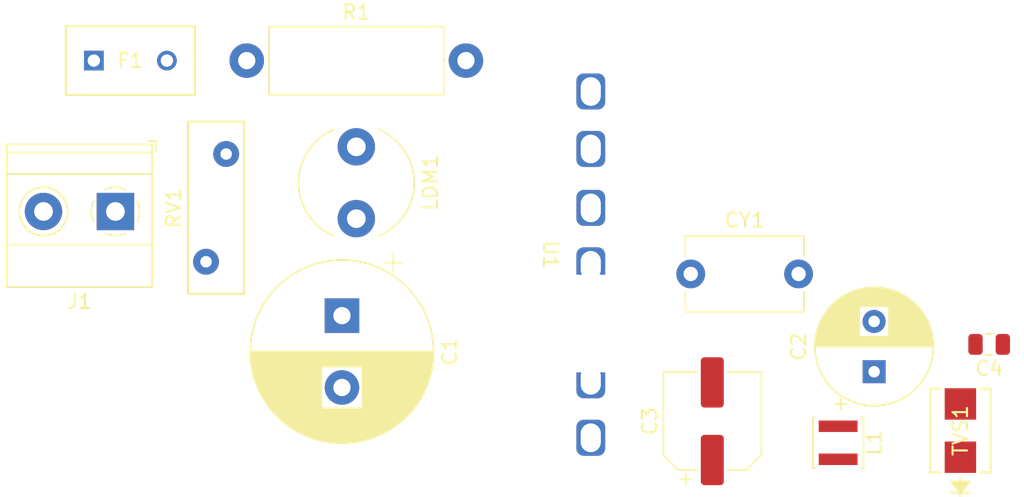
<source format=kicad_pcb>
(kicad_pcb (version 20221018) (generator pcbnew)
  (layers (0 "F.Cu" signal) (31 "B.Cu" signal) (34 "B.Paste" user) (35 "F.Paste" user) (36 "B.SilkS" user "B.Silkscreen") (37 "F.SilkS" user "F.Silkscreen") (38 "B.Mask" user) (39 "F.Mask" user) (44 "Edge.Cuts" user))
  (net 0 "")
  (net 1 "Net-(U1-+V(cap))")
  (net 2 "Net-(U1--V(cap))")
  (net 3 "/+5V")
  (net 4 "GND")
  (net 5 "Net-(U1-+Vo)")
  (net 6 "Net-(J1-Pin_2)")
  (net 7 "Net-(F1-Pad2)")
  (net 8 "Net-(J1-Pin_1)")
  (net 9 "Net-(LDM1-Pad1)")
  (net 10 "Net-(U1-AC(L))")
  (footprint "TerminalBlock_Phoenix:TerminalBlock_Phoenix_MKDS-1,5-2_1x02_P5.00mm_Horizontal" (layer "F.Cu") (at 54.1 54.7 180)
    (fp_text reference "J1" (at 2.5 -6.26) (layer "F.SilkS"))
    (fp_text value "Screw_Terminal_01x02" hide)
    (fp_line (start -2.8 4.16) (end -2.8 4.9) (stroke (width 0.12)) (layer "F.SilkS"))
    (fp_line (start -2.8 4.9) (end -2.3 4.9) (stroke (width 0.12)) (layer "F.SilkS"))
    (fp_line (start -2.56 -5.261) (end -2.56 4.66) (stroke (width 0.12)) (layer "F.SilkS"))
    (fp_line (start -2.56 -5.261) (end 7.56 -5.261) (stroke (width 0.12)) (layer "F.SilkS"))
    (fp_line (start -2.56 -2.301) (end 7.56 -2.301) (stroke (width 0.12)) (layer "F.SilkS"))
    (fp_line (start -2.56 2.6) (end 7.56 2.6) (stroke (width 0.12)) (layer "F.SilkS"))
    (fp_line (start -2.56 4.1) (end 7.56 4.1) (stroke (width 0.12)) (layer "F.SilkS"))
    (fp_line (start -2.56 4.66) (end 7.56 4.66) (stroke (width 0.12)) (layer "F.SilkS"))
    (fp_line (start 3.773 1.023) (end 3.726 1.069) (stroke (width 0.12)) (layer "F.SilkS"))
    (fp_line (start 3.966 1.239) (end 3.931 1.274) (stroke (width 0.12)) (layer "F.SilkS"))
    (fp_line (start 6.07 -1.275) (end 6.035 -1.239) (stroke (width 0.12)) (layer "F.SilkS"))
    (fp_line (start 6.275 -1.069) (end 6.228 -1.023) (stroke (width 0.12)) (layer "F.SilkS"))
    (fp_line (start 7.56 -5.261) (end 7.56 4.66) (stroke (width 0.12)) (layer "F.SilkS"))
    (fp_arc (start -1.535427 0.683042) (mid -1.680501 -0.000524) (end -1.535 -0.684) (stroke (width 0.12)) (layer "F.SilkS"))
    (fp_arc (start -0.683042 -1.535427) (mid 0.000524 -1.680501) (end 0.684 -1.535) (stroke (width 0.12)) (layer "F.SilkS"))
    (fp_arc (start 0.028805 1.680253) (mid -0.335551 1.646659) (end -0.684 1.535) (stroke (width 0.12)) (layer "F.SilkS"))
    (fp_arc (start 0.683318 1.534756) (mid 0.349292 1.643288) (end 0 1.68) (stroke (width 0.12)) (layer "F.SilkS"))
    (fp_arc (start 1.535427 -0.683042) (mid 1.680501 0.000524) (end 1.535 0.684) (stroke (width 0.12)) (layer "F.SilkS"))
    (fp_circle (center 5 0) (end 6.68 0) (stroke (width 0.12)) (fill none) (layer "F.SilkS"))
    (pad "1" thru_hole rect (at 0 0 180) (size 2.6 2.6) (drill 1.3) (layers "*.Cu" "*.Mask") (net 8 "Net-(J1-Pin_1)"))
    (pad "2" thru_hole circle (at 5 0 180) (size 2.6 2.6) (drill 1.3) (layers "*.Cu" "*.Mask") (net 6 "Net-(J1-Pin_2)"))
  )
  (footprint "Capacitor_SMD:CP_Elec_6.3x7.7" (layer "F.Cu") (at 95.6 69.297349 90)
    (fp_text reference "C3" (at 0 -4.35 90) (layer "F.SilkS"))
    (fp_text value "470uF")
    (fp_line (start -4.4375 -1.8475) (end -3.65 -1.8475) (stroke (width 0.12)) (layer "F.SilkS"))
    (fp_line (start -4.04375 -2.24125) (end -4.04375 -1.45375) (stroke (width 0.12)) (layer "F.SilkS"))
    (fp_line (start -3.41 -2.345563) (end -3.41 -1.06) (stroke (width 0.12)) (layer "F.SilkS"))
    (fp_line (start -3.41 -2.345563) (end -2.345563 -3.41) (stroke (width 0.12)) (layer "F.SilkS"))
    (fp_line (start -3.41 2.345563) (end -3.41 1.06) (stroke (width 0.12)) (layer "F.SilkS"))
    (fp_line (start -3.41 2.345563) (end -2.345563 3.41) (stroke (width 0.12)) (layer "F.SilkS"))
    (fp_line (start -2.345563 -3.41) (end 3.41 -3.41) (stroke (width 0.12)) (layer "F.SilkS"))
    (fp_line (start -2.345563 3.41) (end 3.41 3.41) (stroke (width 0.12)) (layer "F.SilkS"))
    (fp_line (start 3.41 -3.41) (end 3.41 -1.06) (stroke (width 0.12)) (layer "F.SilkS"))
    (fp_line (start 3.41 3.41) (end 3.41 1.06) (stroke (width 0.12)) (layer "F.SilkS"))
    (pad "1" smd roundrect (at -2.7 0 90) (size 3.5 1.6) (layers "F.Cu" "F.Paste" "F.Mask") (roundrect_rratio 0.15625) (net 5 "Net-(U1-+Vo)"))
    (pad "2" smd roundrect (at 2.7 0 90) (size 3.5 1.6) (layers "F.Cu" "F.Paste" "F.Mask") (roundrect_rratio 0.15625) (net 4 "GND"))
  )
  (footprint "Capacitor_THT:C_Disc_D8.0mm_W5.0mm_P7.50mm" (layer "F.Cu") (at 94.1 59.047349)
    (fp_text reference "CY1" (at 3.75 -3.75) (layer "F.SilkS"))
    (fp_text value "1nF")
    (fp_line (start -0.37 -2.62) (end -0.37 -1.256) (stroke (width 0.12)) (layer "F.SilkS"))
    (fp_line (start -0.37 -2.62) (end 7.87 -2.62) (stroke (width 0.12)) (layer "F.SilkS"))
    (fp_line (start -0.37 1.256) (end -0.37 2.62) (stroke (width 0.12)) (layer "F.SilkS"))
    (fp_line (start -0.37 2.62) (end 7.87 2.62) (stroke (width 0.12)) (layer "F.SilkS"))
    (fp_line (start 7.87 -2.62) (end 7.87 -1.256) (stroke (width 0.12)) (layer "F.SilkS"))
    (fp_line (start 7.87 1.256) (end 7.87 2.62) (stroke (width 0.12)) (layer "F.SilkS"))
    (pad "1" thru_hole circle (at 0 0) (size 2 2) (drill 1) (layers "*.Cu" "*.Mask") (net 2 "Net-(U1--V(cap))"))
    (pad "2" thru_hole circle (at 7.5 0) (size 2 2) (drill 1) (layers "*.Cu" "*.Mask") (net 4 "GND"))
  )
  (footprint "Inductor_THT:L_Radial_D7.8mm_P5.00mm_Fastron_07HCP" (layer "F.Cu") (at 70.85 50.2 -90)
    (fp_text reference "LDM1" (at 2.5 -5.15 90) (layer "F.SilkS"))
    (fp_text value "4.7mH")
    (fp_arc (start -1.20497 -1.56) (mid 2.5 -4.02) (end 6.20497 -1.56) (stroke (width 0.12)) (layer "F.SilkS"))
    (fp_arc (start 6.20497 1.56) (mid 2.5 4.02) (end -1.20497 1.56) (stroke (width 0.12)) (layer "F.SilkS"))
    (pad "1" thru_hole circle (at 0 0 270) (size 2.6 2.6) (drill 1.3) (layers "*.Cu" "*.Mask") (net 9 "Net-(LDM1-Pad1)"))
    (pad "2" thru_hole circle (at 5 0 270) (size 2.6 2.6) (drill 1.3) (layers "*.Cu" "*.Mask") (net 10 "Net-(U1-AC(L))"))
  )
  (footprint "Transformer_THT:LS05-13B05R3" (layer "F.Cu") (at 87.15 58.45 -90)
    (fp_text reference "U1" (at -0.75 2.8 -90 unlocked) (layer "F.SilkS"))
    (fp_text value "~")
    (fp_line (start 7.4 0) (end 7.4 0.3) (stroke (width 0.2)) (layer "F.Cu"))
    (fp_line (start 7.4 0.3) (end 7.4 0) (stroke (width 0.2)) (layer "F.Cu"))
    (fp_line (start 9 0) (end 7.4 0) (stroke (width 0.2)) (layer "F.Cu"))
    (pad "" np_thru_hole oval (at 1.15 0 270) (size 1 3.73) (drill oval 1 3.73) (layers "F&B.Cu" "*.Mask"))
    (pad "" np_thru_hole oval (at 6.95 0 270) (size 1 3.73) (drill oval 1 3.73) (layers "F&B.Cu" "*.Mask"))
    (pad "1" thru_hole roundrect (at -12.1 0 270) (size 2.5 2) (drill oval 2 1.4) (layers "*.Cu" "*.Mask") (net 10 "Net-(U1-AC(L))"))
    (pad "2" thru_hole roundrect (at -8.1 0 270) (size 2.5 2) (drill oval 2 1.4) (layers "*.Cu" "*.Mask") (net 8 "Net-(J1-Pin_1)"))
    (pad "3" thru_hole roundrect (at -4 0 270) (size 2.5 2) (drill oval 2 1.4) (layers "*.Cu" "*.Mask") (net 1 "Net-(U1-+V(cap))"))
    (pad "4" thru_hole roundrect (at 0 0 270) (size 2.5 2) (drill oval 2 1.4) (layers "*.Cu" "*.Mask") (net 2 "Net-(U1--V(cap))"))
    (pad "5" thru_hole roundrect (at 8 0 270) (size 2.5 2) (drill oval 2 1.4) (layers "*.Cu" "*.Mask") (net 4 "GND"))
    (pad "6" thru_hole roundrect (at 12 0 270) (size 2.5 2) (drill oval 2 1.4) (layers "*.Cu" "*.Mask") (net 5 "Net-(U1-+Vo)"))
  )
  (footprint "footprints:SMBJSeries_LTF" (layer "F.Cu") (at 112.85 69.95 90)
    (fp_text reference "TVS1" (at 0 0 90 unlocked) (layer "F.SilkS"))
    (fp_text value "SMBJ7.0A")
    (fp_line (start -4.318 -0.635) (end -4.318 0.635) (stroke (width 0.1524)) (layer "F.SilkS"))
    (fp_line (start -4.318 0) (end -3.556 -0.635) (stroke (width 0.1524)) (layer "F.SilkS"))
    (fp_line (start -4.318 0) (end -3.556 -0.508) (stroke (width 0.1524)) (layer "F.SilkS"))
    (fp_line (start -4.318 0) (end -3.556 -0.381) (stroke (width 0.1524)) (layer "F.SilkS"))
    (fp_line (start -4.318 0) (end -3.556 -0.254) (stroke (width 0.1524)) (layer "F.SilkS"))
    (fp_line (start -4.318 0) (end -3.556 -0.127) (stroke (width 0.1524)) (layer "F.SilkS"))
    (fp_line (start -4.318 0) (end -3.556 0.127) (stroke (width 0.1524)) (layer "F.SilkS"))
    (fp_line (start -4.318 0) (end -3.556 0.254) (stroke (width 0.1524)) (layer "F.SilkS"))
    (fp_line (start -4.318 0) (end -3.556 0.381) (stroke (width 0.1524)) (layer "F.SilkS"))
    (fp_line (start -4.318 0) (end -3.556 0.508) (stroke (width 0.1524)) (layer "F.SilkS"))
    (fp_line (start -4.318 0) (end -3.556 0.635) (stroke (width 0.1524)) (layer "F.SilkS"))
    (fp_line (start -3.556 -0.635) (end -3.556 0.635) (stroke (width 0.1524)) (layer "F.SilkS"))
    (fp_line (start -3.302 0) (end -4.572 0) (stroke (width 0.1524)) (layer "F.SilkS"))
    (fp_line (start -2.921 -2.0955) (end -2.921 -1.42494) (stroke (width 0.1524)) (layer "F.SilkS"))
    (fp_line (start -2.921 1.42494) (end -2.921 2.0955) (stroke (width 0.1524)) (layer "F.SilkS"))
    (fp_line (start -2.921 2.0955) (end 2.921 2.0955) (stroke (width 0.1524)) (layer "F.SilkS"))
    (fp_line (start 2.921 -2.0955) (end -2.921 -2.0955) (stroke (width 0.1524)) (layer "F.SilkS"))
    (fp_line (start 2.921 -1.42494) (end 2.921 -2.0955) (stroke (width 0.1524)) (layer "F.SilkS"))
    (fp_line (start 2.921 2.0955) (end 2.921 1.42494) (stroke (width 0.1524)) (layer "F.SilkS"))
    (pad "1" smd rect (at -1.8542 0 180) (size 2.1844 2.1844) (layers "F.Cu" "F.Paste" "F.Mask") (net 3 "/+5V"))
    (pad "2" smd rect (at 1.8542 0 180) (size 2.1844 2.1844) (layers "F.Cu" "F.Paste" "F.Mask") (net 4 "GND"))
  )
  (footprint "Capacitor_THT:CP_Radial_D12.5mm_P5.00mm" (layer "F.Cu") (at 69.85 61.95 -90)
    (fp_text reference "C1" (at 2.5 -7.5 90) (layer "F.SilkS"))
    (fp_text value "22uF")
    (fp_line (start -4.317082 -3.575) (end -3.067082 -3.575) (stroke (width 0.12)) (layer "F.SilkS"))
    (fp_line (start -3.692082 -4.2) (end -3.692082 -2.95) (stroke (width 0.12)) (layer "F.SilkS"))
    (fp_line (start 2.5 -6.33) (end 2.5 6.33) (stroke (width 0.12)) (layer "F.SilkS"))
    (fp_line (start 2.54 -6.33) (end 2.54 6.33) (stroke (width 0.12)) (layer "F.SilkS"))
    (fp_line (start 2.58 -6.33) (end 2.58 6.33) (stroke (width 0.12)) (layer "F.SilkS"))
    (fp_line (start 2.62 -6.329) (end 2.62 6.329) (stroke (width 0.12)) (layer "F.SilkS"))
    (fp_line (start 2.66 -6.328) (end 2.66 6.328) (stroke (width 0.12)) (layer "F.SilkS"))
    (fp_line (start 2.7 -6.327) (end 2.7 6.327) (stroke (width 0.12)) (layer "F.SilkS"))
    (fp_line (start 2.74 -6.326) (end 2.74 6.326) (stroke (width 0.12)) (layer "F.SilkS"))
    (fp_line (start 2.78 -6.324) (end 2.78 6.324) (stroke (width 0.12)) (layer "F.SilkS"))
    (fp_line (start 2.82 -6.322) (end 2.82 6.322) (stroke (width 0.12)) (layer "F.SilkS"))
    (fp_line (start 2.86 -6.32) (end 2.86 6.32) (stroke (width 0.12)) (layer "F.SilkS"))
    (fp_line (start 2.9 -6.318) (end 2.9 6.318) (stroke (width 0.12)) (layer "F.SilkS"))
    (fp_line (start 2.94 -6.315) (end 2.94 6.315) (stroke (width 0.12)) (layer "F.SilkS"))
    (fp_line (start 2.98 -6.312) (end 2.98 6.312) (stroke (width 0.12)) (layer "F.SilkS"))
    (fp_line (start 3.02 -6.309) (end 3.02 6.309) (stroke (width 0.12)) (layer "F.SilkS"))
    (fp_line (start 3.06 -6.306) (end 3.06 6.306) (stroke (width 0.12)) (layer "F.SilkS"))
    (fp_line (start 3.1 -6.302) (end 3.1 6.302) (stroke (width 0.12)) (layer "F.SilkS"))
    (fp_line (start 3.14 -6.298) (end 3.14 6.298) (stroke (width 0.12)) (layer "F.SilkS"))
    (fp_line (start 3.18 -6.294) (end 3.18 6.294) (stroke (width 0.12)) (layer "F.SilkS"))
    (fp_line (start 3.221 -6.29) (end 3.221 6.29) (stroke (width 0.12)) (layer "F.SilkS"))
    (fp_line (start 3.261 -6.285) (end 3.261 6.285) (stroke (width 0.12)) (layer "F.SilkS"))
    (fp_line (start 3.301 -6.28) (end 3.301 6.28) (stroke (width 0.12)) (layer "F.SilkS"))
    (fp_line (start 3.341 -6.275) (end 3.341 6.275) (stroke (width 0.12)) (layer "F.SilkS"))
    (fp_line (start 3.381 -6.269) (end 3.381 6.269) (stroke (width 0.12)) (layer "F.SilkS"))
    (fp_line (start 3.421 -6.264) (end 3.421 6.264) (stroke (width 0.12)) (layer "F.SilkS"))
    (fp_line (start 3.461 -6.258) (end 3.461 6.258) (stroke (width 0.12)) (layer "F.SilkS"))
    (fp_line (start 3.501 -6.252) (end 3.501 6.252) (stroke (width 0.12)) (layer "F.SilkS"))
    (fp_line (start 3.541 -6.245) (end 3.541 6.245) (stroke (width 0.12)) (layer "F.SilkS"))
    (fp_line (start 3.581 -6.238) (end 3.581 -1.44) (stroke (width 0.12)) (layer "F.SilkS"))
    (fp_line (start 3.581 1.44) (end 3.581 6.238) (stroke (width 0.12)) (layer "F.SilkS"))
    (fp_line (start 3.621 -6.231) (end 3.621 -1.44) (stroke (width 0.12)) (layer "F.SilkS"))
    (fp_line (start 3.621 1.44) (end 3.621 6.231) (stroke (width 0.12)) (layer "F.SilkS"))
    (fp_line (start 3.661 -6.224) (end 3.661 -1.44) (stroke (width 0.12)) (layer "F.SilkS"))
    (fp_line (start 3.661 1.44) (end 3.661 6.224) (stroke (width 0.12)) (layer "F.SilkS"))
    (fp_line (start 3.701 -6.216) (end 3.701 -1.44) (stroke (width 0.12)) (layer "F.SilkS"))
    (fp_line (start 3.701 1.44) (end 3.701 6.216) (stroke (width 0.12)) (layer "F.SilkS"))
    (fp_line (start 3.741 -6.209) (end 3.741 -1.44) (stroke (width 0.12)) (layer "F.SilkS"))
    (fp_line (start 3.741 1.44) (end 3.741 6.209) (stroke (width 0.12)) (layer "F.SilkS"))
    (fp_line (start 3.781 -6.201) (end 3.781 -1.44) (stroke (width 0.12)) (layer "F.SilkS"))
    (fp_line (start 3.781 1.44) (end 3.781 6.201) (stroke (width 0.12)) (layer "F.SilkS"))
    (fp_line (start 3.821 -6.192) (end 3.821 -1.44) (stroke (width 0.12)) (layer "F.SilkS"))
    (fp_line (start 3.821 1.44) (end 3.821 6.192) (stroke (width 0.12)) (layer "F.SilkS"))
    (fp_line (start 3.861 -6.184) (end 3.861 -1.44) (stroke (width 0.12)) (layer "F.SilkS"))
    (fp_line (start 3.861 1.44) (end 3.861 6.184) (stroke (width 0.12)) (layer "F.SilkS"))
    (fp_line (start 3.901 -6.175) (end 3.901 -1.44) (stroke (width 0.12)) (layer "F.SilkS"))
    (fp_line (start 3.901 1.44) (end 3.901 6.175) (stroke (width 0.12)) (layer "F.SilkS"))
    (fp_line (start 3.941 -6.166) (end 3.941 -1.44) (stroke (width 0.12)) (layer "F.SilkS"))
    (fp_line (start 3.941 1.44) (end 3.941 6.166) (stroke (width 0.12)) (layer "F.SilkS"))
    (fp_line (start 3.981 -6.156) (end 3.981 -1.44) (stroke (width 0.12)) (layer "F.SilkS"))
    (fp_line (start 3.981 1.44) (end 3.981 6.156) (stroke (width 0.12)) (layer "F.SilkS"))
    (fp_line (start 4.021 -6.146) (end 4.021 -1.44) (stroke (width 0.12)) (layer "F.SilkS"))
    (fp_line (start 4.021 1.44) (end 4.021 6.146) (stroke (width 0.12)) (layer "F.SilkS"))
    (fp_line (start 4.061 -6.137) (end 4.061 -1.44) (stroke (width 0.12)) (layer "F.SilkS"))
    (fp_line (start 4.061 1.44) (end 4.061 6.137) (stroke (width 0.12)) (layer "F.SilkS"))
    (fp_line (start 4.101 -6.126) (end 4.101 -1.44) (stroke (width 0.12)) (layer "F.SilkS"))
    (fp_line (start 4.101 1.44) (end 4.101 6.126) (stroke (width 0.12)) (layer "F.SilkS"))
    (fp_line (start 4.141 -6.116) (end 4.141 -1.44) (stroke (width 0.12)) (layer "F.SilkS"))
    (fp_line (start 4.141 1.44) (end 4.141 6.116) (stroke (width 0.12)) (layer "F.SilkS"))
    (fp_line (start 4.181 -6.105) (end 4.181 -1.44) (stroke (width 0.12)) (layer "F.SilkS"))
    (fp_line (start 4.181 1.44) (end 4.181 6.105) (stroke (width 0.12)) (layer "F.SilkS"))
    (fp_line (start 4.221 -6.094) (end 4.221 -1.44) (stroke (width 0.12)) (layer "F.SilkS"))
    (fp_line (start 4.221 1.44) (end 4.221 6.094) (stroke (width 0.12)) (layer "F.SilkS"))
    (fp_line (start 4.261 -6.083) (end 4.261 -1.44) (stroke (width 0.12)) (layer "F.SilkS"))
    (fp_line (start 4.261 1.44) (end 4.261 6.083) (stroke (width 0.12)) (layer "F.SilkS"))
    (fp_line (start 4.301 -6.071) (end 4.301 -1.44) (stroke (width 0.12)) (layer "F.SilkS"))
    (fp_line (start 4.301 1.44) (end 4.301 6.071) (stroke (width 0.12)) (layer "F.SilkS"))
    (fp_line (start 4.341 -6.059) (end 4.341 -1.44) (stroke (width 0.12)) (layer "F.SilkS"))
    (fp_line (start 4.341 1.44) (end 4.341 6.059) (stroke (width 0.12)) (layer "F.SilkS"))
    (fp_line (start 4.381 -6.047) (end 4.381 -1.44) (stroke (width 0.12)) (layer "F.SilkS"))
    (fp_line (start 4.381 1.44) (end 4.381 6.047) (stroke (width 0.12)) (layer "F.SilkS"))
    (fp_line (start 4.421 -6.034) (end 4.421 -1.44) (stroke (width 0.12)) (layer "F.SilkS"))
    (fp_line (start 4.421 1.44) (end 4.421 6.034) (stroke (width 0.12)) (layer "F.SilkS"))
    (fp_line (start 4.461 -6.021) (end 4.461 -1.44) (stroke (width 0.12)) (layer "F.SilkS"))
    (fp_line (start 4.461 1.44) (end 4.461 6.021) (stroke (width 0.12)) (layer "F.SilkS"))
    (fp_line (start 4.501 -6.008) (end 4.501 -1.44) (stroke (width 0.12)) (layer "F.SilkS"))
    (fp_line (start 4.501 1.44) (end 4.501 6.008) (stroke (width 0.12)) (layer "F.SilkS"))
    (fp_line (start 4.541 -5.995) (end 4.541 -1.44) (stroke (width 0.12)) (layer "F.SilkS"))
    (fp_line (start 4.541 1.44) (end 4.541 5.995) (stroke (width 0.12)) (layer "F.SilkS"))
    (fp_line (start 4.581 -5.981) (end 4.581 -1.44) (stroke (width 0.12)) (layer "F.SilkS"))
    (fp_line (start 4.581 1.44) (end 4.581 5.981) (stroke (width 0.12)) (layer "F.SilkS"))
    (fp_line (start 4.621 -5.967) (end 4.621 -1.44) (stroke (width 0.12)) (layer "F.SilkS"))
    (fp_line (start 4.621 1.44) (end 4.621 5.967) (stroke (width 0.12)) (layer "F.SilkS"))
    (fp_line (start 4.661 -5.953) (end 4.661 -1.44) (stroke (width 0.12)) (layer "F.SilkS"))
    (fp_line (start 4.661 1.44) (end 4.661 5.953) (stroke (width 0.12)) (layer "F.SilkS"))
    (fp_line (start 4.701 -5.939) (end 4.701 -1.44) (stroke (width 0.12)) (layer "F.SilkS"))
    (fp_line (start 4.701 1.44) (end 4.701 5.939) (stroke (width 0.12)) (layer "F.SilkS"))
    (fp_line (start 4.741 -5.924) (end 4.741 -1.44) (stroke (width 0.12)) (layer "F.SilkS"))
    (fp_line (start 4.741 1.44) (end 4.741 5.924) (stroke (width 0.12)) (layer "F.SilkS"))
    (fp_line (start 4.781 -5.908) (end 4.781 -1.44) (stroke (width 0.12)) (layer "F.SilkS"))
    (fp_line (start 4.781 1.44) (end 4.781 5.908) (stroke (width 0.12)) (layer "F.SilkS"))
    (fp_line (start 4.821 -5.893) (end 4.821 -1.44) (stroke (width 0.12)) (layer "F.SilkS"))
    (fp_line (start 4.821 1.44) (end 4.821 5.893) (stroke (width 0.12)) (layer "F.SilkS"))
    (fp_line (start 4.861 -5.877) (end 4.861 -1.44) (stroke (width 0.12)) (layer "F.SilkS"))
    (fp_line (start 4.861 1.44) (end 4.861 5.877) (stroke (width 0.12)) (layer "F.SilkS"))
    (fp_line (start 4.901 -5.861) (end 4.901 -1.44) (stroke (width 0.12)) (layer "F.SilkS"))
    (fp_line (start 4.901 1.44) (end 4.901 5.861) (stroke (width 0.12)) (layer "F.SilkS"))
    (fp_line (start 4.941 -5.845) (end 4.941 -1.44) (stroke (width 0.12)) (layer "F.SilkS"))
    (fp_line (start 4.941 1.44) (end 4.941 5.845) (stroke (width 0.12)) (layer "F.SilkS"))
    (fp_line (start 4.981 -5.828) (end 4.981 -1.44) (stroke (width 0.12)) (layer "F.SilkS"))
    (fp_line (start 4.981 1.44) (end 4.981 5.828) (stroke (width 0.12)) (layer "F.SilkS"))
    (fp_line (start 5.021 -5.811) (end 5.021 -1.44) (stroke (width 0.12)) (layer "F.SilkS"))
    (fp_line (start 5.021 1.44) (end 5.021 5.811) (stroke (width 0.12)) (layer "F.SilkS"))
    (fp_line (start 5.061 -5.793) (end 5.061 -1.44) (stroke (width 0.12)) (layer "F.SilkS"))
    (fp_line (start 5.061 1.44) (end 5.061 5.793) (stroke (width 0.12)) (layer "F.SilkS"))
    (fp_line (start 5.101 -5.776) (end 5.101 -1.44) (stroke (width 0.12)) (layer "F.SilkS"))
    (fp_line (start 5.101 1.44) (end 5.101 5.776) (stroke (width 0.12)) (layer "F.SilkS"))
    (fp_line (start 5.141 -5.758) (end 5.141 -1.44) (stroke (width 0.12)) (layer "F.SilkS"))
    (fp_line (start 5.141 1.44) (end 5.141 5.758) (stroke (width 0.12)) (layer "F.SilkS"))
    (fp_line (start 5.181 -5.739) (end 5.181 -1.44) (stroke (width 0.12)) (layer "F.SilkS"))
    (fp_line (start 5.181 1.44) (end 5.181 5.739) (stroke (width 0.12)) (layer "F.SilkS"))
    (fp_line (start 5.221 -5.721) (end 5.221 -1.44) (stroke (width 0.12)) (layer "F.SilkS"))
    (fp_line (start 5.221 1.44) (end 5.221 5.721) (stroke (width 0.12)) (layer "F.SilkS"))
    (fp_line (start 5.261 -5.702) (end 5.261 -1.44) (stroke (width 0.12)) (layer "F.SilkS"))
    (fp_line (start 5.261 1.44) (end 5.261 5.702) (stroke (width 0.12)) (layer "F.SilkS"))
    (fp_line (start 5.301 -5.682) (end 5.301 -1.44) (stroke (width 0.12)) (layer "F.SilkS"))
    (fp_line (start 5.301 1.44) (end 5.301 5.682) (stroke (width 0.12)) (layer "F.SilkS"))
    (fp_line (start 5.341 -5.662) (end 5.341 -1.44) (stroke (width 0.12)) (layer "F.SilkS"))
    (fp_line (start 5.341 1.44) (end 5.341 5.662) (stroke (width 0.12)) (layer "F.SilkS"))
    (fp_line (start 5.381 -5.642) (end 5.381 -1.44) (stroke (width 0.12)) (layer "F.SilkS"))
    (fp_line (start 5.381 1.44) (end 5.381 5.642) (stroke (width 0.12)) (layer "F.SilkS"))
    (fp_line (start 5.421 -5.622) (end 5.421 -1.44) (stroke (width 0.12)) (layer "F.SilkS"))
    (fp_line (start 5.421 1.44) (end 5.421 5.622) (stroke (width 0.12)) (layer "F.SilkS"))
    (fp_line (start 5.461 -5.601) (end 5.461 -1.44) (stroke (width 0.12)) (layer "F.SilkS"))
    (fp_line (start 5.461 1.44) (end 5.461 5.601) (stroke (width 0.12)) (layer "F.SilkS"))
    (fp_line (start 5.501 -5.58) (end 5.501 -1.44) (stroke (width 0.12)) (layer "F.SilkS"))
    (fp_line (start 5.501 1.44) (end 5.501 5.58) (stroke (width 0.12)) (layer "F.SilkS"))
    (fp_line (start 5.541 -5.558) (end 5.541 -1.44) (stroke (width 0.12)) (layer "F.SilkS"))
    (fp_line (start 5.541 1.44) (end 5.541 5.558) (stroke (width 0.12)) (layer "F.SilkS"))
    (fp_line (start 5.581 -5.536) (end 5.581 -1.44) (stroke (width 0.12)) (layer "F.SilkS"))
    (fp_line (start 5.581 1.44) (end 5.581 5.536) (stroke (width 0.12)) (layer "F.SilkS"))
    (fp_line (start 5.621 -5.514) (end 5.621 -1.44) (stroke (width 0.12)) (layer "F.SilkS"))
    (fp_line (start 5.621 1.44) (end 5.621 5.514) (stroke (width 0.12)) (layer "F.SilkS"))
    (fp_line (start 5.661 -5.491) (end 5.661 -1.44) (stroke (width 0.12)) (layer "F.SilkS"))
    (fp_line (start 5.661 1.44) (end 5.661 5.491) (stroke (width 0.12)) (layer "F.SilkS"))
    (fp_line (start 5.701 -5.468) (end 5.701 -1.44) (stroke (width 0.12)) (layer "F.SilkS"))
    (fp_line (start 5.701 1.44) (end 5.701 5.468) (stroke (width 0.12)) (layer "F.SilkS"))
    (fp_line (start 5.741 -5.445) (end 5.741 -1.44) (stroke (width 0.12)) (layer "F.SilkS"))
    (fp_line (start 5.741 1.44) (end 5.741 5.445) (stroke (width 0.12)) (layer "F.SilkS"))
    (fp_line (start 5.781 -5.421) (end 5.781 -1.44) (stroke (width 0.12)) (layer "F.SilkS"))
    (fp_line (start 5.781 1.44) (end 5.781 5.421) (stroke (width 0.12)) (layer "F.SilkS"))
    (fp_line (start 5.821 -5.397) (end 5.821 -1.44) (stroke (width 0.12)) (layer "F.SilkS"))
    (fp_line (start 5.821 1.44) (end 5.821 5.397) (stroke (width 0.12)) (layer "F.SilkS"))
    (fp_line (start 5.861 -5.372) (end 5.861 -1.44) (stroke (width 0.12)) (layer "F.SilkS"))
    (fp_line (start 5.861 1.44) (end 5.861 5.372) (stroke (width 0.12)) (layer "F.SilkS"))
    (fp_line (start 5.901 -5.347) (end 5.901 -1.44) (stroke (width 0.12)) (layer "F.SilkS"))
    (fp_line (start 5.901 1.44) (end 5.901 5.347) (stroke (width 0.12)) (layer "F.SilkS"))
    (fp_line (start 5.941 -5.322) (end 5.941 -1.44) (stroke (width 0.12)) (layer "F.SilkS"))
    (fp_line (start 5.941 1.44) (end 5.941 5.322) (stroke (width 0.12)) (layer "F.SilkS"))
    (fp_line (start 5.981 -5.296) (end 5.981 -1.44) (stroke (width 0.12)) (layer "F.SilkS"))
    (fp_line (start 5.981 1.44) (end 5.981 5.296) (stroke (width 0.12)) (layer "F.SilkS"))
    (fp_line (start 6.021 -5.27) (end 6.021 -1.44) (stroke (width 0.12)) (layer "F.SilkS"))
    (fp_line (start 6.021 1.44) (end 6.021 5.27) (stroke (width 0.12)) (layer "F.SilkS"))
    (fp_line (start 6.061 -5.243) (end 6.061 -1.44) (stroke (width 0.12)) (layer "F.SilkS"))
    (fp_line (start 6.061 1.44) (end 6.061 5.243) (stroke (width 0.12)) (layer "F.SilkS"))
    (fp_line (start 6.101 -5.216) (end 6.101 -1.44) (stroke (width 0.12)) (layer "F.SilkS"))
    (fp_line (start 6.101 1.44) (end 6.101 5.216) (stroke (width 0.12)) (layer "F.SilkS"))
    (fp_line (start 6.141 -5.188) (end 6.141 -1.44) (stroke (width 0.12)) (layer "F.SilkS"))
    (fp_line (start 6.141 1.44) (end 6.141 5.188) (stroke (width 0.12)) (layer "F.SilkS"))
    (fp_line (start 6.181 -5.16) (end 6.181 -1.44) (stroke (width 0.12)) (layer "F.SilkS"))
    (fp_line (start 6.181 1.44) (end 6.181 5.16) (stroke (width 0.12)) (layer "F.SilkS"))
    (fp_line (start 6.221 -5.131) (end 6.221 -1.44) (stroke (width 0.12)) (layer "F.SilkS"))
    (fp_line (start 6.221 1.44) (end 6.221 5.131) (stroke (width 0.12)) (layer "F.SilkS"))
    (fp_line (start 6.261 -5.102) (end 6.261 -1.44) (stroke (width 0.12)) (layer "F.SilkS"))
    (fp_line (start 6.261 1.44) (end 6.261 5.102) (stroke (width 0.12)) (layer "F.SilkS"))
    (fp_line (start 6.301 -5.073) (end 6.301 -1.44) (stroke (width 0.12)) (layer "F.SilkS"))
    (fp_line (start 6.301 1.44) (end 6.301 5.073) (stroke (width 0.12)) (layer "F.SilkS"))
    (fp_line (start 6.341 -5.043) (end 6.341 -1.44) (stroke (width 0.12)) (layer "F.SilkS"))
    (fp_line (start 6.341 1.44) (end 6.341 5.043) (stroke (width 0.12)) (layer "F.SilkS"))
    (fp_line (start 6.381 -5.012) (end 6.381 -1.44) (stroke (width 0.12)) (layer "F.SilkS"))
    (fp_line (start 6.381 1.44) (end 6.381 5.012) (stroke (width 0.12)) (layer "F.SilkS"))
    (fp_line (start 6.421 -4.982) (end 6.421 -1.44) (stroke (width 0.12)) (layer "F.SilkS"))
    (fp_line (start 6.421 1.44) (end 6.421 4.982) (stroke (width 0.12)) (layer "F.SilkS"))
    (fp_line (start 6.461 -4.95) (end 6.461 4.95) (stroke (width 0.12)) (layer "F.SilkS"))
    (fp_line (start 6.501 -4.918) (end 6.501 4.918) (stroke (width 0.12)) (layer "F.SilkS"))
    (fp_line (start 6.541 -4.885) (end 6.541 4.885) (stroke (width 0.12)) (layer "F.SilkS"))
    (fp_line (start 6.581 -4.852) (end 6.581 4.852) (stroke (width 0.12)) (layer "F.SilkS"))
    (fp_line (start 6.621 -4.819) (end 6.621 4.819) (stroke (width 0.12)) (layer "F.SilkS"))
    (fp_line (start 6.661 -4.785) (end 6.661 4.785) (stroke (width 0.12)) (layer "F.SilkS"))
    (fp_line (start 6.701 -4.75) (end 6.701 4.75) (stroke (width 0.12)) (layer "F.SilkS"))
    (fp_line (start 6.741 -4.714) (end 6.741 4.714) (stroke (width 0.12)) (layer "F.SilkS"))
    (fp_line (start 6.781 -4.678) (end 6.781 4.678) (stroke (width 0.12)) (layer "F.SilkS"))
    (fp_line (start 6.821 -4.642) (end 6.821 4.642) (stroke (width 0.12)) (layer "F.SilkS"))
    (fp_line (start 6.861 -4.605) (end 6.861 4.605) (stroke (width 0.12)) (layer "F.SilkS"))
    (fp_line (start 6.901 -4.567) (end 6.901 4.567) (stroke (width 0.12)) (layer "F.SilkS"))
    (fp_line (start 6.941 -4.528) (end 6.941 4.528) (stroke (width 0.12)) (layer "F.SilkS"))
    (fp_line (start 6.981 -4.489) (end 6.981 4.489) (stroke (width 0.12)) (layer "F.SilkS"))
    (fp_line (start 7.021 -4.449) (end 7.021 4.449) (stroke (width 0.12)) (layer "F.SilkS"))
    (fp_line (start 7.061 -4.408) (end 7.061 4.408) (stroke (width 0.12)) (layer "F.SilkS"))
    (fp_line (start 7.101 -4.367) (end 7.101 4.367) (stroke (width 0.12)) (layer "F.SilkS"))
    (fp_line (start 7.141 -4.325) (end 7.141 4.325) (stroke (width 0.12)) (layer "F.SilkS"))
    (fp_line (start 7.181 -4.282) (end 7.181 4.282) (stroke (width 0.12)) (layer "F.SilkS"))
    (fp_line (start 7.221 -4.238) (end 7.221 4.238) (stroke (width 0.12)) (layer "F.SilkS"))
    (fp_line (start 7.261 -4.194) (end 7.261 4.194) (stroke (width 0.12)) (layer "F.SilkS"))
    (fp_line (start 7.301 -4.148) (end 7.301 4.148) (stroke (width 0.12)) (layer "F.SilkS"))
    (fp_line (start 7.341 -4.102) (end 7.341 4.102) (stroke (width 0.12)) (layer "F.SilkS"))
    (fp_line (start 7.381 -4.055) (end 7.381 4.055) (stroke (width 0.12)) (layer "F.SilkS"))
    (fp_line (start 7.421 -4.007) (end 7.421 4.007) (stroke (width 0.12)) (layer "F.SilkS"))
    (fp_line (start 7.461 -3.957) (end 7.461 3.957) (stroke (width 0.12)) (layer "F.SilkS"))
    (fp_line (start 7.501 -3.907) (end 7.501 3.907) (stroke (width 0.12)) (layer "F.SilkS"))
    (fp_line (start 7.541 -3.856) (end 7.541 3.856) (stroke (width 0.12)) (layer "F.SilkS"))
    (fp_line (start 7.581 -3.804) (end 7.581 3.804) (stroke (width 0.12)) (layer "F.SilkS"))
    (fp_line (start 7.621 -3.75) (end 7.621 3.75) (stroke (width 0.12)) (layer "F.SilkS"))
    (fp_line (start 7.661 -3.696) (end 7.661 3.696) (stroke (width 0.12)) (layer "F.SilkS"))
    (fp_line (start 7.701 -3.64) (end 7.701 3.64) (stroke (width 0.12)) (layer "F.SilkS"))
    (fp_line (start 7.741 -3.583) (end 7.741 3.583) (stroke (width 0.12)) (layer "F.SilkS"))
    (fp_line (start 7.781 -3.524) (end 7.781 3.524) (stroke (width 0.12)) (layer "F.SilkS"))
    (fp_line (start 7.821 -3.464) (end 7.821 3.464) (stroke (width 0.12)) (layer "F.SilkS"))
    (fp_line (start 7.861 -3.402) (end 7.861 3.402) (stroke (width 0.12)) (layer "F.SilkS"))
    (fp_line (start 7.901 -3.339) (end 7.901 3.339) (stroke (width 0.12)) (layer "F.SilkS"))
    (fp_line (start 7.941 -3.275) (end 7.941 3.275) (stroke (width 0.12)) (layer "F.SilkS"))
    (fp_line (start 7.981 -3.208) (end 7.981 3.208) (stroke (width 0.12)) (layer "F.SilkS"))
    (fp_line (start 8.021 -3.14) (end 8.021 3.14) (stroke (width 0.12)) (layer "F.SilkS"))
    (fp_line (start 8.061 -3.069) (end 8.061 3.069) (stroke (width 0.12)) (layer "F.SilkS"))
    (fp_line (start 8.101 -2.996) (end 8.101 2.996) (stroke (width 0.12)) (layer "F.SilkS"))
    (fp_line (start 8.141 -2.921) (end 8.141 2.921) (stroke (width 0.12)) (layer "F.SilkS"))
    (fp_line (start 8.181 -2.844) (end 8.181 2.844) (stroke (width 0.12)) (layer "F.SilkS"))
    (fp_line (start 8.221 -2.764) (end 8.221 2.764) (stroke (width 0.12)) (layer "F.SilkS"))
    (fp_line (start 8.261 -2.681) (end 8.261 2.681) (stroke (width 0.12)) (layer "F.SilkS"))
    (fp_line (start 8.301 -2.594) (end 8.301 2.594) (stroke (width 0.12)) (layer "F.SilkS"))
    (fp_line (start 8.341 -2.504) (end 8.341 2.504) (stroke (width 0.12)) (layer "F.SilkS"))
    (fp_line (start 8.381 -2.41) (end 8.381 2.41) (stroke (width 0.12)) (layer "F.SilkS"))
    (fp_line (start 8.421 -2.312) (end 8.421 2.312) (stroke (width 0.12)) (layer "F.SilkS"))
    (fp_line (start 8.461 -2.209) (end 8.461 2.209) (stroke (width 0.12)) (layer "F.SilkS"))
    (fp_line (start 8.501 -2.1) (end 8.501 2.1) (stroke (width 0.12)) (layer "F.SilkS"))
    (fp_line (start 8.541 -1.984) (end 8.541 1.984) (stroke (width 0.12)) (layer "F.SilkS"))
    (fp_line (start 8.581 -1.861) (end 8.581 1.861) (stroke (width 0.12)) (layer "F.SilkS"))
    (fp_line (start 8.621 -1.728) (end 8.621 1.728) (stroke (width 0.12)) (layer "F.SilkS"))
    (fp_line (start 8.661 -1.583) (end 8.661 1.583) (stroke (width 0.12)) (layer "F.SilkS"))
    (fp_line (start 8.701 -1.422) (end 8.701 1.422) (stroke (width 0.12)) (layer "F.SilkS"))
    (fp_line (start 8.741 -1.241) (end 8.741 1.241) (stroke (width 0.12)) (layer "F.SilkS"))
    (fp_line (start 8.781 -1.028) (end 8.781 1.028) (stroke (width 0.12)) (layer "F.SilkS"))
    (fp_line (start 8.821 -0.757) (end 8.821 0.757) (stroke (width 0.12)) (layer "F.SilkS"))
    (fp_line (start 8.861 -0.317) (end 8.861 0.317) (stroke (width 0.12)) (layer "F.SilkS"))
    (fp_circle (center 2.5 0) (end 8.87 0) (stroke (width 0.12)) (fill none) (layer "F.SilkS"))
    (pad "1" thru_hole rect (at 0 0 270) (size 2.4 2.4) (drill 1.2) (layers "*.Cu" "*.Mask") (net 1 "Net-(U1-+V(cap))"))
    (pad "2" thru_hole circle (at 5 0 270) (size 2.4 2.4) (drill 1.2) (layers "*.Cu" "*.Mask") (net 2 "Net-(U1--V(cap))"))
  )
  (footprint "fuse:FUSE_SS-5H-1A_EAT" (layer "F.Cu") (at 52.6 44.2)
    (fp_text reference "F1" (at 2.54 0 unlocked) (layer "F.SilkS"))
    (fp_text value "Fuse")
    (fp_line (start -1.9431 -2.3876) (end -1.9431 2.3876) (stroke (width 0.1524)) (layer "F.SilkS"))
    (fp_line (start 7.0231 -2.3876) (end -1.9431 -2.3876) (stroke (width 0.1524)) (layer "F.SilkS"))
    (fp_line (start 7.0231 -2.3876) (end 7.0231 2.3876) (stroke (width 0.1524)) (layer "F.SilkS"))
    (fp_line (start 7.0231 2.3876) (end -1.9431 2.3876) (stroke (width 0.1524)) (layer "F.SilkS"))
    (pad "1" thru_hole rect (at 0 0) (size 1.3716 1.3716) (drill 0.8636) (layers "*.Cu" "*.Mask") (net 6 "Net-(J1-Pin_2)"))
    (pad "2" thru_hole circle (at 5.08 0) (size 1.3716 1.3716) (drill 0.8636) (layers "*.Cu" "*.Mask") (net 7 "Net-(F1-Pad2)"))
  )
  (footprint "Inductor_SMD:L_Changjiang_FNR3021S" (layer "F.Cu") (at 104.35 70.797349 -90)
    (fp_text reference "L1" (at 0 -2.5 90) (layer "F.SilkS"))
    (fp_text value "4.7uH")
    (fp_line (start -1.76 -1.76) (end -1.76 -1.61) (stroke (width 0.12)) (layer "F.SilkS"))
    (fp_line (start -1.76 -1.76) (end 1.76 -1.76) (stroke (width 0.12)) (layer "F.SilkS"))
    (fp_line (start -1.76 1.76) (end -1.76 1.61) (stroke (width 0.12)) (layer "F.SilkS"))
    (fp_line (start -1.76 1.76) (end 1.76 1.76) (stroke (width 0.12)) (layer "F.SilkS"))
    (fp_line (start 1.76 -1.76) (end 1.76 -1.61) (stroke (width 0.12)) (layer "F.SilkS"))
    (fp_line (start 1.76 1.76) (end 1.76 1.61) (stroke (width 0.12)) (layer "F.SilkS"))
    (pad "1" smd rect (at -1.15 0 270) (size 0.8 2.7) (layers "F.Cu" "F.Paste" "F.Mask") (net 5 "Net-(U1-+Vo)"))
    (pad "2" smd rect (at 1.15 0 270) (size 0.8 2.7) (layers "F.Cu" "F.Paste" "F.Mask") (net 3 "/+5V"))
  )
  (footprint "Resistor_THT:R_Axial_DIN0414_L11.9mm_D4.5mm_P15.24mm_Horizontal" (layer "F.Cu") (at 63.23 44.2)
    (fp_text reference "R1" (at 7.62 -3.37) (layer "F.SilkS"))
    (fp_text value "12")
    (fp_line (start 1.44 0) (end 1.55 0) (stroke (width 0.12)) (layer "F.SilkS"))
    (fp_line (start 1.55 -2.37) (end 1.55 2.37) (stroke (width 0.12)) (layer "F.SilkS"))
    (fp_line (start 1.55 2.37) (end 13.69 2.37) (stroke (width 0.12)) (layer "F.SilkS"))
    (fp_line (start 13.69 -2.37) (end 1.55 -2.37) (stroke (width 0.12)) (layer "F.SilkS"))
    (fp_line (start 13.69 2.37) (end 13.69 -2.37) (stroke (width 0.12)) (layer "F.SilkS"))
    (fp_line (start 13.8 0) (end 13.69 0) (stroke (width 0.12)) (layer "F.SilkS"))
    (pad "1" thru_hole circle (at 0 0) (size 2.4 2.4) (drill 1.2) (layers "*.Cu" "*.Mask") (net 7 "Net-(F1-Pad2)"))
    (pad "2" thru_hole oval (at 15.24 0) (size 2.4 2.4) (drill 1.2) (layers "*.Cu" "*.Mask") (net 9 "Net-(LDM1-Pad1)"))
  )
  (footprint "Varistor:RV_Disc_D12mm_W3.9mm_P7.5mm" (layer "F.Cu") (at 61.8 50.7 -90)
    (fp_text reference "RV1" (at 3.75 3.65 90) (layer "F.SilkS"))
    (fp_text value "Varistor")
    (fp_line (start -2.25 -1.25) (end -2.25 2.65) (stroke (width 0.15)) (layer "F.SilkS"))
    (fp_line (start -2.25 -1.25) (end 9.75 -1.25) (stroke (width 0.15)) (layer "F.SilkS"))
    (fp_line (start -2.25 2.65) (end 9.75 2.65) (stroke (width 0.15)) (layer "F.SilkS"))
    (fp_line (start 9.75 -1.25) (end 9.75 2.65) (stroke (width 0.15)) (layer "F.SilkS"))
    (pad "1" thru_hole circle (at 0 0 270) (size 1.8 1.8) (drill 0.8) (layers "*.Cu" "*.Mask") (net 7 "Net-(F1-Pad2)"))
    (pad "2" thru_hole circle (at 7.5 1.4 270) (size 1.8 1.8) (drill 0.8) (layers "*.Cu" "*.Mask") (net 8 "Net-(J1-Pin_1)"))
  )
  (footprint "Capacitor_SMD:C_0805_2012Metric" (layer "F.Cu") (at 114.85 63.95 180)
    (fp_text reference "C4" (at 0 -1.68) (layer "F.SilkS"))
    (fp_text value "100uF")
    (fp_line (start -0.261252 -0.735) (end 0.261252 -0.735) (stroke (width 0.12)) (layer "F.SilkS"))
    (fp_line (start -0.261252 0.735) (end 0.261252 0.735) (stroke (width 0.12)) (layer "F.SilkS"))
    (pad "1" smd roundrect (at -0.95 0 180) (size 1 1.45) (layers "F.Cu" "F.Paste" "F.Mask") (net 3 "/+5V"))
    (pad "2" smd roundrect (at 0.95 0 180) (size 1 1.45) (layers "F.Cu" "F.Paste" "F.Mask") (net 4 "GND"))
  )
  (footprint "Capacitor_THT:CP_Radial_D8.0mm_P3.50mm" (layer "F.Cu") (at 106.85 65.852651 90)
    (fp_text reference "C2" (at 1.75 -5.25 90) (layer "F.SilkS"))
    (fp_text value "0.1uF")
    (fp_line (start -2.659698 -2.315) (end -1.859698 -2.315) (stroke (width 0.12)) (layer "F.SilkS"))
    (fp_line (start -2.259698 -2.715) (end -2.259698 -1.915) (stroke (width 0.12)) (layer "F.SilkS"))
    (fp_line (start 1.75 -4.08) (end 1.75 4.08) (stroke (width 0.12)) (layer "F.SilkS"))
    (fp_line (start 1.79 -4.08) (end 1.79 4.08) (stroke (width 0.12)) (layer "F.SilkS"))
    (fp_line (start 1.83 -4.08) (end 1.83 4.08) (stroke (width 0.12)) (layer "F.SilkS"))
    (fp_line (start 1.87 -4.079) (end 1.87 4.079) (stroke (width 0.12)) (layer "F.SilkS"))
    (fp_line (start 1.91 -4.077) (end 1.91 4.077) (stroke (width 0.12)) (layer "F.SilkS"))
    (fp_line (start 1.95 -4.076) (end 1.95 4.076) (stroke (width 0.12)) (layer "F.SilkS"))
    (fp_line (start 1.99 -4.074) (end 1.99 4.074) (stroke (width 0.12)) (layer "F.SilkS"))
    (fp_line (start 2.03 -4.071) (end 2.03 4.071) (stroke (width 0.12)) (layer "F.SilkS"))
    (fp_line (start 2.07 -4.068) (end 2.07 4.068) (stroke (width 0.12)) (layer "F.SilkS"))
    (fp_line (start 2.11 -4.065) (end 2.11 4.065) (stroke (width 0.12)) (layer "F.SilkS"))
    (fp_line (start 2.15 -4.061) (end 2.15 4.061) (stroke (width 0.12)) (layer "F.SilkS"))
    (fp_line (start 2.19 -4.057) (end 2.19 4.057) (stroke (width 0.12)) (layer "F.SilkS"))
    (fp_line (start 2.23 -4.052) (end 2.23 4.052) (stroke (width 0.12)) (layer "F.SilkS"))
    (fp_line (start 2.27 -4.048) (end 2.27 4.048) (stroke (width 0.12)) (layer "F.SilkS"))
    (fp_line (start 2.31 -4.042) (end 2.31 4.042) (stroke (width 0.12)) (layer "F.SilkS"))
    (fp_line (start 2.35 -4.037) (end 2.35 4.037) (stroke (width 0.12)) (layer "F.SilkS"))
    (fp_line (start 2.39 -4.03) (end 2.39 4.03) (stroke (width 0.12)) (layer "F.SilkS"))
    (fp_line (start 2.43 -4.024) (end 2.43 4.024) (stroke (width 0.12)) (layer "F.SilkS"))
    (fp_line (start 2.471 -4.017) (end 2.471 -1.04) (stroke (width 0.12)) (layer "F.SilkS"))
    (fp_line (start 2.471 1.04) (end 2.471 4.017) (stroke (width 0.12)) (layer "F.SilkS"))
    (fp_line (start 2.511 -4.01) (end 2.511 -1.04) (stroke (width 0.12)) (layer "F.SilkS"))
    (fp_line (start 2.511 1.04) (end 2.511 4.01) (stroke (width 0.12)) (layer "F.SilkS"))
    (fp_line (start 2.551 -4.002) (end 2.551 -1.04) (stroke (width 0.12)) (layer "F.SilkS"))
    (fp_line (start 2.551 1.04) (end 2.551 4.002) (stroke (width 0.12)) (layer "F.SilkS"))
    (fp_line (start 2.591 -3.994) (end 2.591 -1.04) (stroke (width 0.12)) (layer "F.SilkS"))
    (fp_line (start 2.591 1.04) (end 2.591 3.994) (stroke (width 0.12)) (layer "F.SilkS"))
    (fp_line (start 2.631 -3.985) (end 2.631 -1.04) (stroke (width 0.12)) (layer "F.SilkS"))
    (fp_line (start 2.631 1.04) (end 2.631 3.985) (stroke (width 0.12)) (layer "F.SilkS"))
    (fp_line (start 2.671 -3.976) (end 2.671 -1.04) (stroke (width 0.12)) (layer "F.SilkS"))
    (fp_line (start 2.671 1.04) (end 2.671 3.976) (stroke (width 0.12)) (layer "F.SilkS"))
    (fp_line (start 2.711 -3.967) (end 2.711 -1.04) (stroke (width 0.12)) (layer "F.SilkS"))
    (fp_line (start 2.711 1.04) (end 2.711 3.967) (stroke (width 0.12)) (layer "F.SilkS"))
    (fp_line (start 2.751 -3.957) (end 2.751 -1.04) (stroke (width 0.12)) (layer "F.SilkS"))
    (fp_line (start 2.751 1.04) (end 2.751 3.957) (stroke (width 0.12)) (layer "F.SilkS"))
    (fp_line (start 2.791 -3.947) (end 2.791 -1.04) (stroke (width 0.12)) (layer "F.SilkS"))
    (fp_line (start 2.791 1.04) (end 2.791 3.947) (stroke (width 0.12)) (layer "F.SilkS"))
    (fp_line (start 2.831 -3.936) (end 2.831 -1.04) (stroke (width 0.12)) (layer "F.SilkS"))
    (fp_line (start 2.831 1.04) (end 2.831 3.936) (stroke (width 0.12)) (layer "F.SilkS"))
    (fp_line (start 2.871 -3.925) (end 2.871 -1.04) (stroke (width 0.12)) (layer "F.SilkS"))
    (fp_line (start 2.871 1.04) (end 2.871 3.925) (stroke (width 0.12)) (layer "F.SilkS"))
    (fp_line (start 2.911 -3.914) (end 2.911 -1.04) (stroke (width 0.12)) (layer "F.SilkS"))
    (fp_line (start 2.911 1.04) (end 2.911 3.914) (stroke (width 0.12)) (layer "F.SilkS"))
    (fp_line (start 2.951 -3.902) (end 2.951 -1.04) (stroke (width 0.12)) (layer "F.SilkS"))
    (fp_line (start 2.951 1.04) (end 2.951 3.902) (stroke (width 0.12)) (layer "F.SilkS"))
    (fp_line (start 2.991 -3.889) (end 2.991 -1.04) (stroke (width 0.12)) (layer "F.SilkS"))
    (fp_line (start 2.991 1.04) (end 2.991 3.889) (stroke (width 0.12)) (layer "F.SilkS"))
    (fp_line (start 3.031 -3.877) (end 3.031 -1.04) (stroke (width 0.12)) (layer "F.SilkS"))
    (fp_line (start 3.031 1.04) (end 3.031 3.877) (stroke (width 0.12)) (layer "F.SilkS"))
    (fp_line (start 3.071 -3.863) (end 3.071 -1.04) (stroke (width 0.12)) (layer "F.SilkS"))
    (fp_line (start 3.071 1.04) (end 3.071 3.863) (stroke (width 0.12)) (layer "F.SilkS"))
    (fp_line (start 3.111 -3.85) (end 3.111 -1.04) (stroke (width 0.12)) (layer "F.SilkS"))
    (fp_line (start 3.111 1.04) (end 3.111 3.85) (stroke (width 0.12)) (layer "F.SilkS"))
    (fp_line (start 3.151 -3.835) (end 3.151 -1.04) (stroke (width 0.12)) (layer "F.SilkS"))
    (fp_line (start 3.151 1.04) (end 3.151 3.835) (stroke (width 0.12)) (layer "F.SilkS"))
    (fp_line (start 3.191 -3.821) (end 3.191 -1.04) (stroke (width 0.12)) (layer "F.SilkS"))
    (fp_line (start 3.191 1.04) (end 3.191 3.821) (stroke (width 0.12)) (layer "F.SilkS"))
    (fp_line (start 3.231 -3.805) (end 3.231 -1.04) (stroke (width 0.12)) (layer "F.SilkS"))
    (fp_line (start 3.231 1.04) (end 3.231 3.805) (stroke (width 0.12)) (layer "F.SilkS"))
    (fp_line (start 3.271 -3.79) (end 3.271 -1.04) (stroke (width 0.12)) (layer "F.SilkS"))
    (fp_line (start 3.271 1.04) (end 3.271 3.79) (stroke (width 0.12)) (layer "F.SilkS"))
    (fp_line (start 3.311 -3.774) (end 3.311 -1.04) (stroke (width 0.12)) (layer "F.SilkS"))
    (fp_line (start 3.311 1.04) (end 3.311 3.774) (stroke (width 0.12)) (layer "F.SilkS"))
    (fp_line (start 3.351 -3.757) (end 3.351 -1.04) (stroke (width 0.12)) (layer "F.SilkS"))
    (fp_line (start 3.351 1.04) (end 3.351 3.757) (stroke (width 0.12)) (layer "F.SilkS"))
    (fp_line (start 3.391 -3.74) (end 3.391 -1.04) (stroke (width 0.12)) (layer "F.SilkS"))
    (fp_line (start 3.391 1.04) (end 3.391 3.74) (stroke (width 0.12)) (layer "F.SilkS"))
    (fp_line (start 3.431 -3.722) (end 3.431 -1.04) (stroke (width 0.12)) (layer "F.SilkS"))
    (fp_line (start 3.431 1.04) (end 3.431 3.722) (stroke (width 0.12)) (layer "F.SilkS"))
    (fp_line (start 3.471 -3.704) (end 3.471 -1.04) (stroke (width 0.12)) (layer "F.SilkS"))
    (fp_line (start 3.471 1.04) (end 3.471 3.704) (stroke (width 0.12)) (layer "F.SilkS"))
    (fp_line (start 3.511 -3.686) (end 3.511 -1.04) (stroke (width 0.12)) (layer "F.SilkS"))
    (fp_line (start 3.511 1.04) (end 3.511 3.686) (stroke (width 0.12)) (layer "F.SilkS"))
    (fp_line (start 3.551 -3.666) (end 3.551 -1.04) (stroke (width 0.12)) (layer "F.SilkS"))
    (fp_line (start 3.551 1.04) (end 3.551 3.666) (stroke (width 0.12)) (layer "F.SilkS"))
    (fp_line (start 3.591 -3.647) (end 3.591 -1.04) (stroke (width 0.12)) (layer "F.SilkS"))
    (fp_line (start 3.591 1.04) (end 3.591 3.647) (stroke (width 0.12)) (layer "F.SilkS"))
    (fp_line (start 3.631 -3.627) (end 3.631 -1.04) (stroke (width 0.12)) (layer "F.SilkS"))
    (fp_line (start 3.631 1.04) (end 3.631 3.627) (stroke (width 0.12)) (layer "F.SilkS"))
    (fp_line (start 3.671 -3.606) (end 3.671 -1.04) (stroke (width 0.12)) (layer "F.SilkS"))
    (fp_line (start 3.671 1.04) (end 3.671 3.606) (stroke (width 0.12)) (layer "F.SilkS"))
    (fp_line (start 3.711 -3.584) (end 3.711 -1.04) (stroke (width 0.12)) (layer "F.SilkS"))
    (fp_line (start 3.711 1.04) (end 3.711 3.584) (stroke (width 0.12)) (layer "F.SilkS"))
    (fp_line (start 3.751 -3.562) (end 3.751 -1.04) (stroke (width 0.12)) (layer "F.SilkS"))
    (fp_line (start 3.751 1.04) (end 3.751 3.562) (stroke (width 0.12)) (layer "F.SilkS"))
    (fp_line (start 3.791 -3.54) (end 3.791 -1.04) (stroke (width 0.12)) (layer "F.SilkS"))
    (fp_line (start 3.791 1.04) (end 3.791 3.54) (stroke (width 0.12)) (layer "F.SilkS"))
    (fp_line (start 3.831 -3.517) (end 3.831 -1.04) (stroke (width 0.12)) (layer "F.SilkS"))
    (fp_line (start 3.831 1.04) (end 3.831 3.517) (stroke (width 0.12)) (layer "F.SilkS"))
    (fp_line (start 3.871 -3.493) (end 3.871 -1.04) (stroke (width 0.12)) (layer "F.SilkS"))
    (fp_line (start 3.871 1.04) (end 3.871 3.493) (stroke (width 0.12)) (layer "F.SilkS"))
    (fp_line (start 3.911 -3.469) (end 3.911 -1.04) (stroke (width 0.12)) (layer "F.SilkS"))
    (fp_line (start 3.911 1.04) (end 3.911 3.469) (stroke (width 0.12)) (layer "F.SilkS"))
    (fp_line (start 3.951 -3.444) (end 3.951 -1.04) (stroke (width 0.12)) (layer "F.SilkS"))
    (fp_line (start 3.951 1.04) (end 3.951 3.444) (stroke (width 0.12)) (layer "F.SilkS"))
    (fp_line (start 3.991 -3.418) (end 3.991 -1.04) (stroke (width 0.12)) (layer "F.SilkS"))
    (fp_line (start 3.991 1.04) (end 3.991 3.418) (stroke (width 0.12)) (layer "F.SilkS"))
    (fp_line (start 4.031 -3.392) (end 4.031 -1.04) (stroke (width 0.12)) (layer "F.SilkS"))
    (fp_line (start 4.031 1.04) (end 4.031 3.392) (stroke (width 0.12)) (layer "F.SilkS"))
    (fp_line (start 4.071 -3.365) (end 4.071 -1.04) (stroke (width 0.12)) (layer "F.SilkS"))
    (fp_line (start 4.071 1.04) (end 4.071 3.365) (stroke (width 0.12)) (layer "F.SilkS"))
    (fp_line (start 4.111 -3.338) (end 4.111 -1.04) (stroke (width 0.12)) (layer "F.SilkS"))
    (fp_line (start 4.111 1.04) (end 4.111 3.338) (stroke (width 0.12)) (layer "F.SilkS"))
    (fp_line (start 4.151 -3.309) (end 4.151 -1.04) (stroke (width 0.12)) (layer "F.SilkS"))
    (fp_line (start 4.151 1.04) (end 4.151 3.309) (stroke (width 0.12)) (layer "F.SilkS"))
    (fp_line (start 4.191 -3.28) (end 4.191 -1.04) (stroke (width 0.12)) (layer "F.SilkS"))
    (fp_line (start 4.191 1.04) (end 4.191 3.28) (stroke (width 0.12)) (layer "F.SilkS"))
    (fp_line (start 4.231 -3.25) (end 4.231 -1.04) (stroke (width 0.12)) (layer "F.SilkS"))
    (fp_line (start 4.231 1.04) (end 4.231 3.25) (stroke (width 0.12)) (layer "F.SilkS"))
    (fp_line (start 4.271 -3.22) (end 4.271 -1.04) (stroke (width 0.12)) (layer "F.SilkS"))
    (fp_line (start 4.271 1.04) (end 4.271 3.22) (stroke (width 0.12)) (layer "F.SilkS"))
    (fp_line (start 4.311 -3.189) (end 4.311 -1.04) (stroke (width 0.12)) (layer "F.SilkS"))
    (fp_line (start 4.311 1.04) (end 4.311 3.189) (stroke (width 0.12)) (layer "F.SilkS"))
    (fp_line (start 4.351 -3.156) (end 4.351 -1.04) (stroke (width 0.12)) (layer "F.SilkS"))
    (fp_line (start 4.351 1.04) (end 4.351 3.156) (stroke (width 0.12)) (layer "F.SilkS"))
    (fp_line (start 4.391 -3.124) (end 4.391 -1.04) (stroke (width 0.12)) (layer "F.SilkS"))
    (fp_line (start 4.391 1.04) (end 4.391 3.124) (stroke (width 0.12)) (layer "F.SilkS"))
    (fp_line (start 4.431 -3.09) (end 4.431 -1.04) (stroke (width 0.12)) (layer "F.SilkS"))
    (fp_line (start 4.431 1.04) (end 4.431 3.09) (stroke (width 0.12)) (layer "F.SilkS"))
    (fp_line (start 4.471 -3.055) (end 4.471 -1.04) (stroke (width 0.12)) (layer "F.SilkS"))
    (fp_line (start 4.471 1.04) (end 4.471 3.055) (stroke (width 0.12)) (layer "F.SilkS"))
    (fp_line (start 4.511 -3.019) (end 4.511 -1.04) (stroke (width 0.12)) (layer "F.SilkS"))
    (fp_line (start 4.511 1.04) (end 4.511 3.019) (stroke (width 0.12)) (layer "F.SilkS"))
    (fp_line (start 4.551 -2.983) (end 4.551 2.983) (stroke (width 0.12)) (layer "F.SilkS"))
    (fp_line (start 4.591 -2.945) (end 4.591 2.945) (stroke (width 0.12)) (layer "F.SilkS"))
    (fp_line (start 4.631 -2.907) (end 4.631 2.907) (stroke (width 0.12)) (layer "F.SilkS"))
    (fp_line (start 4.671 -2.867) (end 4.671 2.867) (stroke (width 0.12)) (layer "F.SilkS"))
    (fp_line (start 4.711 -2.826) (end 4.711 2.826) (stroke (width 0.12)) (layer "F.SilkS"))
    (fp_line (start 4.751 -2.784) (end 4.751 2.784) (stroke (width 0.12)) (layer "F.SilkS"))
    (fp_line (start 4.791 -2.741) (end 4.791 2.741) (stroke (width 0.12)) (layer "F.SilkS"))
    (fp_line (start 4.831 -2.697) (end 4.831 2.697) (stroke (width 0.12)) (layer "F.SilkS"))
    (fp_line (start 4.871 -2.651) (end 4.871 2.651) (stroke (width 0.12)) (layer "F.SilkS"))
    (fp_line (start 4.911 -2.604) (end 4.911 2.604) (stroke (width 0.12)) (layer "F.SilkS"))
    (fp_line (start 4.951 -2.556) (end 4.951 2.556) (stroke (width 0.12)) (layer "F.SilkS"))
    (fp_line (start 4.991 -2.505) (end 4.991 2.505) (stroke (width 0.12)) (layer "F.SilkS"))
    (fp_line (start 5.031 -2.454) (end 5.031 2.454) (stroke (width 0.12)) (layer "F.SilkS"))
    (fp_line (start 5.071 -2.4) (end 5.071 2.4) (stroke (width 0.12)) (layer "F.SilkS"))
    (fp_line (start 5.111 -2.345) (end 5.111 2.345) (stroke (width 0.12)) (layer "F.SilkS"))
    (fp_line (start 5.151 -2.287) (end 5.151 2.287) (stroke (width 0.12)) (layer "F.SilkS"))
    (fp_line (start 5.191 -2.228) (end 5.191 2.228) (stroke (width 0.12)) (layer "F.SilkS"))
    (fp_line (start 5.231 -2.166) (end 5.231 2.166) (stroke (width 0.12)) (layer "F.SilkS"))
    (fp_line (start 5.271 -2.102) (end 5.271 2.102) (stroke (width 0.12)) (layer "F.SilkS"))
    (fp_line (start 5.311 -2.034) (end 5.311 2.034) (stroke (width 0.12)) (layer "F.SilkS"))
    (fp_line (start 5.351 -1.964) (end 5.351 1.964) (stroke (width 0.12)) (layer "F.SilkS"))
    (fp_line (start 5.391 -1.89) (end 5.391 1.89) (stroke (width 0.12)) (layer "F.SilkS"))
    (fp_line (start 5.431 -1.813) (end 5.431 1.813) (stroke (width 0.12)) (layer "F.SilkS"))
    (fp_line (start 5.471 -1.731) (end 5.471 1.731) (stroke (width 0.12)) (layer "F.SilkS"))
    (fp_line (start 5.511 -1.645) (end 5.511 1.645) (stroke (width 0.12)) (layer "F.SilkS"))
    (fp_line (start 5.551 -1.552) (end 5.551 1.552) (stroke (width 0.12)) (layer "F.SilkS"))
    (fp_line (start 5.591 -1.453) (end 5.591 1.453) (stroke (width 0.12)) (layer "F.SilkS"))
    (fp_line (start 5.631 -1.346) (end 5.631 1.346) (stroke (width 0.12)) (layer "F.SilkS"))
    (fp_line (start 5.671 -1.229) (end 5.671 1.229) (stroke (width 0.12)) (layer "F.SilkS"))
    (fp_line (start 5.711 -1.098) (end 5.711 1.098) (stroke (width 0.12)) (layer "F.SilkS"))
    (fp_line (start 5.751 -0.948) (end 5.751 0.948) (stroke (width 0.12)) (layer "F.SilkS"))
    (fp_line (start 5.791 -0.768) (end 5.791 0.768) (stroke (width 0.12)) (layer "F.SilkS"))
    (fp_line (start 5.831 -0.533) (end 5.831 0.533) (stroke (width 0.12)) (layer "F.SilkS"))
    (fp_circle (center 1.75 0) (end 5.87 0) (stroke (width 0.12)) (fill none) (layer "F.SilkS"))
    (pad "1" thru_hole rect (at 0 0 90) (size 1.6 1.6) (drill 0.8) (layers "*.Cu" "*.Mask") (net 3 "/+5V"))
    (pad "2" thru_hole circle (at 3.5 0 90) (size 1.6 1.6) (drill 0.8) (layers "*.Cu" "*.Mask") (net 4 "GND"))
  )
)
</source>
